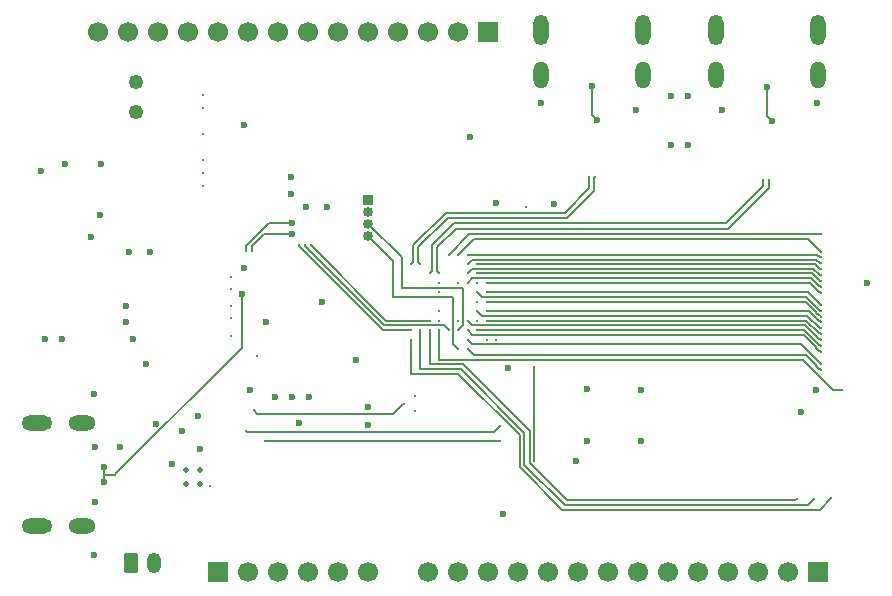
<source format=gbr>
%TF.GenerationSoftware,KiCad,Pcbnew,9.0.3*%
%TF.CreationDate,2025-10-10T12:54:04-04:00*%
%TF.ProjectId,sbc,7362632e-6b69-4636-9164-5f7063625858,rev?*%
%TF.SameCoordinates,Original*%
%TF.FileFunction,Copper,L4,Inr*%
%TF.FilePolarity,Positive*%
%FSLAX46Y46*%
G04 Gerber Fmt 4.6, Leading zero omitted, Abs format (unit mm)*
G04 Created by KiCad (PCBNEW 9.0.3) date 2025-10-10 12:54:04*
%MOMM*%
%LPD*%
G01*
G04 APERTURE LIST*
G04 Aperture macros list*
%AMRoundRect*
0 Rectangle with rounded corners*
0 $1 Rounding radius*
0 $2 $3 $4 $5 $6 $7 $8 $9 X,Y pos of 4 corners*
0 Add a 4 corners polygon primitive as box body*
4,1,4,$2,$3,$4,$5,$6,$7,$8,$9,$2,$3,0*
0 Add four circle primitives for the rounded corners*
1,1,$1+$1,$2,$3*
1,1,$1+$1,$4,$5*
1,1,$1+$1,$6,$7*
1,1,$1+$1,$8,$9*
0 Add four rect primitives between the rounded corners*
20,1,$1+$1,$2,$3,$4,$5,0*
20,1,$1+$1,$4,$5,$6,$7,0*
20,1,$1+$1,$6,$7,$8,$9,0*
20,1,$1+$1,$8,$9,$2,$3,0*%
G04 Aperture macros list end*
%TA.AperFunction,HeatsinkPad*%
%ADD10O,2.300000X1.300000*%
%TD*%
%TA.AperFunction,HeatsinkPad*%
%ADD11O,2.600000X1.300000*%
%TD*%
%TA.AperFunction,ComponentPad*%
%ADD12RoundRect,0.250000X-0.350000X-0.625000X0.350000X-0.625000X0.350000X0.625000X-0.350000X0.625000X0*%
%TD*%
%TA.AperFunction,ComponentPad*%
%ADD13O,1.200000X1.750000*%
%TD*%
%TA.AperFunction,HeatsinkPad*%
%ADD14O,1.300000X2.300000*%
%TD*%
%TA.AperFunction,HeatsinkPad*%
%ADD15O,1.300000X2.600000*%
%TD*%
%TA.AperFunction,ComponentPad*%
%ADD16R,1.700000X1.700000*%
%TD*%
%TA.AperFunction,ComponentPad*%
%ADD17C,1.700000*%
%TD*%
%TA.AperFunction,HeatsinkPad*%
%ADD18C,0.500000*%
%TD*%
%TA.AperFunction,ComponentPad*%
%ADD19R,0.850000X0.850000*%
%TD*%
%TA.AperFunction,ComponentPad*%
%ADD20C,0.850000*%
%TD*%
%TA.AperFunction,ViaPad*%
%ADD21C,0.600000*%
%TD*%
%TA.AperFunction,ViaPad*%
%ADD22C,0.300000*%
%TD*%
%TA.AperFunction,ViaPad*%
%ADD23C,1.250000*%
%TD*%
%TA.AperFunction,Conductor*%
%ADD24C,0.150000*%
%TD*%
%TA.AperFunction,Conductor*%
%ADD25C,0.100000*%
%TD*%
%TA.AperFunction,Conductor*%
%ADD26C,0.200000*%
%TD*%
G04 APERTURE END LIST*
D10*
%TO.N,Net-(J6-SHIELD)*%
%TO.C,J6*%
X107827500Y-111905000D03*
D11*
X104002500Y-111905000D03*
D10*
X107827500Y-120545000D03*
D11*
X104002500Y-120545000D03*
%TD*%
D12*
%TO.N,V_BAT*%
%TO.C,J3*%
X111970000Y-123710000D03*
D13*
%TO.N,GND*%
X113970000Y-123710000D03*
%TD*%
D14*
%TO.N,GND*%
%TO.C,J1*%
X170140000Y-82385000D03*
D15*
X170140000Y-78560000D03*
D14*
X161500000Y-82385000D03*
D15*
X161500000Y-78560000D03*
%TD*%
D14*
%TO.N,GND*%
%TO.C,J7*%
X155320000Y-82385000D03*
D15*
X155320000Y-78560000D03*
D14*
X146680000Y-82385000D03*
D15*
X146680000Y-78560000D03*
%TD*%
D16*
%TO.N,/FPGA + SRAM/FPGA/SPI_CNFG_CS*%
%TO.C,J4*%
X119380000Y-124460000D03*
D17*
%TO.N,/FPGA + SRAM/FPGA/SPI_CNFG_SCK*%
X121920000Y-124460000D03*
%TO.N,/FPGA + SRAM/FPGA/SPI_CNFG_DI*%
X124460000Y-124460000D03*
%TO.N,/FPGA + SRAM/FPGA/SPI_CNFG_DO*%
X127000000Y-124460000D03*
%TO.N,P3V3*%
X129540000Y-124460000D03*
%TO.N,GND*%
X132080000Y-124460000D03*
%TD*%
D18*
%TO.N,GND*%
%TO.C,U9*%
X116647500Y-117030000D03*
X117827500Y-117030000D03*
X116647500Y-115850000D03*
X117827500Y-115850000D03*
%TD*%
D16*
%TO.N,GND*%
%TO.C,J8*%
X170180000Y-124460000D03*
D17*
%TO.N,/FPGA + SRAM/IO_B1*%
X167640000Y-124460000D03*
%TO.N,/FPGA + SRAM/IO_B2*%
X165100000Y-124460000D03*
%TO.N,/FPGA + SRAM/IO_B3*%
X162560000Y-124460000D03*
%TO.N,/FPGA + SRAM/IO_B4*%
X160020000Y-124460000D03*
%TO.N,/FPGA + SRAM/IO_B5*%
X157480000Y-124460000D03*
%TO.N,/FPGA + SRAM/IO_B6*%
X154940000Y-124460000D03*
%TO.N,/FPGA + SRAM/IO_B7*%
X152400000Y-124460000D03*
%TO.N,/FPGA + SRAM/IO_B8*%
X149860000Y-124460000D03*
%TO.N,/FPGA + SRAM/IO_B9*%
X147320000Y-124460000D03*
%TO.N,/FPGA + SRAM/IO_B10*%
X144780000Y-124460000D03*
%TO.N,GND*%
X142240000Y-124460000D03*
%TO.N,P3V3*%
X139700000Y-124460000D03*
%TO.N,V_BAT*%
X137160000Y-124460000D03*
%TD*%
D16*
%TO.N,GND*%
%TO.C,J5*%
X142240000Y-78740000D03*
D17*
%TO.N,/FPGA + SRAM/IO_T1*%
X139700000Y-78740000D03*
%TO.N,/FPGA + SRAM/IO_T2*%
X137160000Y-78740000D03*
%TO.N,/FPGA + SRAM/IO_T3*%
X134620000Y-78740000D03*
%TO.N,/FPGA + SRAM/IO_T4*%
X132080000Y-78740000D03*
%TO.N,/FPGA + SRAM/IO_T5*%
X129540000Y-78740000D03*
%TO.N,/FPGA + SRAM/IO_T6*%
X127000000Y-78740000D03*
%TO.N,/FPGA + SRAM/IO_T7*%
X124460000Y-78740000D03*
%TO.N,/FPGA + SRAM/IO_T8*%
X121920000Y-78740000D03*
%TO.N,/FPGA + SRAM/IO_T9*%
X119380000Y-78740000D03*
%TO.N,/FPGA + SRAM/IO_T10*%
X116840000Y-78740000D03*
%TO.N,USB_VBUS2*%
X114300000Y-78740000D03*
%TO.N,EN*%
X111760000Y-78740000D03*
%TO.N,USB_VBUS*%
X109220000Y-78740000D03*
%TD*%
D19*
%TO.N,EXT_PLL2P*%
%TO.C,J9*%
X132080000Y-93000000D03*
D20*
%TO.N,EXT_PLL2N*%
X132080000Y-94000000D03*
%TO.N,EXT_PLL1P*%
X132080000Y-95000000D03*
%TO.N,EXT_PLL1N*%
X132080000Y-96000000D03*
%TD*%
D21*
%TO.N,GND*%
X114079997Y-111940000D03*
X121560000Y-98760000D03*
D22*
X120500000Y-103000000D03*
D21*
X155150000Y-113400000D03*
X159150000Y-84170000D03*
X150640000Y-109010000D03*
X157700000Y-84170000D03*
X155200000Y-109040000D03*
X159130000Y-88350000D03*
X150640000Y-113390000D03*
X123441331Y-103283871D03*
X108900000Y-109400000D03*
X157680000Y-88340000D03*
X108828091Y-123041263D03*
X121550000Y-86630000D03*
X147813171Y-93290187D03*
X140690000Y-87650000D03*
X142880000Y-93280000D03*
%TO.N,V_SYS*%
X109400437Y-94291884D03*
X117690000Y-111313769D03*
X109416600Y-89957400D03*
X117796100Y-114069354D03*
X106416600Y-89957400D03*
X104690000Y-104740000D03*
X108600000Y-96100000D03*
X104370000Y-90510000D03*
X106160000Y-104750000D03*
X116332753Y-112564539D03*
D22*
X118700000Y-117200000D03*
%TO.N,/FPGA + SRAM/SD_DAT0*%
X118120000Y-85200000D03*
%TO.N,/FPGA + SRAM/LED_B*%
X135700000Y-104800000D03*
X171280000Y-118250000D03*
%TO.N,/FPGA + SRAM/SD_CLK*%
X118120000Y-87400000D03*
%TO.N,/FPGA + SRAM/FIFO_RD_B*%
X138900000Y-104000000D03*
X126700000Y-96800000D03*
%TO.N,/FPGA + SRAM/SD_DAT1*%
X118120000Y-84100000D03*
%TO.N,/FPGA + SRAM/FPGA/DQ11*%
X170387500Y-101850000D03*
X142100000Y-100800000D03*
%TO.N,/FPGA + SRAM/FIFO_TXE_B*%
X127200000Y-96800000D03*
X137300000Y-103200000D03*
%TO.N,/FPGA + SRAM/FPGA/SRAM_CE_B*%
X170387500Y-106850000D03*
X140500000Y-104800000D03*
%TO.N,/FPGA + SRAM/SD_DAT3*%
X118120000Y-90700000D03*
%TO.N,/FPGA + SRAM/FPGA/DQ14*%
X140500000Y-98400000D03*
X170387500Y-98350000D03*
%TO.N,/FPGA + SRAM/FPGA/DQ7*%
X140500000Y-97600000D03*
X170387500Y-97850000D03*
%TO.N,/FPGA + SRAM/FPGA/DQ3*%
X170387500Y-102350000D03*
X141300000Y-100800000D03*
%TO.N,/FPGA + SRAM/FPGA/DQ15*%
X139700000Y-97600000D03*
X170387500Y-97350000D03*
%TO.N,/FPGA + SRAM/FPGA/SPI_CNFG_SCK*%
X121701000Y-112501000D03*
X143200000Y-112100000D03*
%TO.N,EXT_PLL1N*%
X139700000Y-105600000D03*
%TO.N,/FPGA + SRAM/FPGA/SPI_CNFG_DI*%
X143200000Y-113370000D03*
X123300000Y-113400000D03*
%TO.N,/FPGA + SRAM/FPGA/DQ9*%
X170387500Y-103850000D03*
X141300000Y-102400000D03*
%TO.N,/FPGA + SRAM/FPGA/SPI_CNFG_CS*%
X142900000Y-104800000D03*
X136025000Y-109560000D03*
%TO.N,/FPGA + SRAM/FPGA/A16*%
X138900000Y-97600000D03*
X170387500Y-95850000D03*
%TO.N,/FPGA + SRAM/USB3_DP*%
X137300000Y-99200000D03*
X165495000Y-91260000D03*
%TO.N,/FPGA + SRAM/FPGA/A0*%
X140500000Y-105600000D03*
X170387500Y-107350000D03*
%TO.N,P1V2*%
X138100000Y-103200000D03*
X141300000Y-103200000D03*
D21*
X113601868Y-97358040D03*
D22*
X138100000Y-100000000D03*
X141300000Y-100000000D03*
D21*
X111850000Y-97360000D03*
D22*
%TO.N,/FPGA + SRAM/USB3_DN*%
X138100000Y-99200000D03*
X166045000Y-91260000D03*
%TO.N,/FPGA + SRAM/LED_R*%
X136500000Y-104000000D03*
X169820000Y-118260000D03*
%TO.N,/FPGA + SRAM/FPGA/DQ6*%
X170387500Y-98850000D03*
X141300000Y-98400000D03*
%TO.N,/SD MMC/SD_CMD*%
X118120000Y-89600000D03*
%TO.N,/FPGA + SRAM/FPGA/DQ2*%
X142100000Y-102400000D03*
X170387500Y-103350000D03*
D21*
%TO.N,USB_VBUS*%
X108944490Y-118575000D03*
X108966000Y-113875000D03*
X111030532Y-113909267D03*
X115477983Y-115303221D03*
D22*
%TO.N,/FPGA + SRAM/FPGA/DQ5*%
X170387500Y-99850000D03*
X141300000Y-99200000D03*
D21*
%TO.N,P3V3*%
X131054636Y-106531013D03*
D22*
X138100000Y-102400000D03*
D21*
X149650000Y-115120000D03*
X124171159Y-109695795D03*
X113295500Y-106900000D03*
X112190000Y-104740000D03*
X125547678Y-91021303D03*
X128193413Y-101606587D03*
X174320000Y-100030000D03*
X122091162Y-109098405D03*
X126800000Y-93545219D03*
X132073916Y-110537824D03*
X128600000Y-93536958D03*
X168760000Y-110960000D03*
D22*
X141300000Y-101600000D03*
D21*
X143510000Y-119580000D03*
D22*
X139700000Y-100000000D03*
D21*
X111536525Y-101999133D03*
D22*
X139700000Y-103200000D03*
D21*
X143922983Y-107222885D03*
X132070000Y-112000000D03*
D22*
X122700000Y-106200000D03*
D21*
X125548907Y-92477174D03*
X170020000Y-109030000D03*
X125629130Y-109700650D03*
X127090000Y-109700000D03*
D22*
X138100000Y-100800000D03*
D21*
X111540000Y-103310000D03*
D22*
%TO.N,/FPGA + SRAM/CDONE*%
X146140521Y-107100000D03*
X146140521Y-115059479D03*
%TO.N,EXT_PLL1P*%
X139700000Y-104000000D03*
%TO.N,/FPGA + SRAM/SD_DAT2*%
X118120000Y-91800000D03*
%TO.N,/FPGA + SRAM/FPGA/DQ1*%
X142100000Y-103200000D03*
X170387500Y-104350000D03*
%TO.N,/FPGA + SRAM/FPGA/DQ13*%
X170387500Y-99350000D03*
X140500000Y-99200000D03*
%TO.N,/FPGA + SRAM/FPGA/DQ10*%
X170387500Y-102850000D03*
X142100000Y-101600000D03*
%TO.N,/FPGA + SRAM/FPGA/DQ4*%
X170387500Y-100850000D03*
X142100000Y-100000000D03*
%TO.N,/FPGA + SRAM/FPGA/SRAM_OE_B*%
X140500000Y-104000000D03*
X170387500Y-105850000D03*
%TO.N,/FPGA + SRAM/LED_G*%
X137300000Y-104000000D03*
X168360000Y-118260000D03*
%TO.N,/FPGA + SRAM/FPGA/DQ12*%
X140500000Y-100000000D03*
X170387500Y-100350000D03*
%TO.N,P2V5*%
X145400000Y-93600000D03*
D21*
X126198000Y-111901000D03*
D22*
%TO.N,/FPGA + SRAM/FPGA/DQ8*%
X170387500Y-104850000D03*
X140500000Y-103200000D03*
%TO.N,/FPGA + SRAM/USB2_DP*%
X136500000Y-98400000D03*
X151280877Y-91018809D03*
%TO.N,/FPGA + SRAM/FPGA/SPI_CNFG_DO*%
X135150000Y-110250000D03*
X142100000Y-104800000D03*
X136025000Y-110830000D03*
X122400000Y-110800000D03*
%TO.N,/FPGA + SRAM/FPGA/DQ0*%
X170387500Y-105350000D03*
X141300000Y-104000000D03*
%TO.N,/FPGA + SRAM/USB2_DN*%
X135700000Y-98400000D03*
X150730877Y-91018809D03*
%TO.N,/FPGA + SRAM/USR_BTN1*%
X172210000Y-109030000D03*
X138100000Y-104000000D03*
%TO.N,/FPGA + SRAM/FIFO_WR_B*%
X135700000Y-104000000D03*
X126200000Y-96800000D03*
D21*
%TO.N,Net-(U7-CS)*%
X125602622Y-94916128D03*
D22*
X121700000Y-97300000D03*
%TO.N,Net-(U7-CLK)*%
X122200000Y-97300000D03*
D21*
X125610283Y-95866132D03*
D22*
%TO.N,Net-(U8-REF)*%
X120500000Y-100500000D03*
%TO.N,Net-(U8-~{RESET})*%
X120500000Y-104500000D03*
D21*
%TO.N,/USB/D1-*%
X121359783Y-100978412D03*
X109728000Y-116840000D03*
X109728000Y-115570000D03*
D22*
%TO.N,Net-(U8-VPLL)*%
X120500000Y-102000000D03*
%TO.N,Net-(U8-VPHY)*%
X120500000Y-99500000D03*
D21*
%TO.N,/USB/D3+*%
X165814233Y-83374878D03*
X166259775Y-86279503D03*
D23*
%TO.N,USB_VBUS2*%
X112410000Y-85540000D03*
D21*
X162070000Y-85400000D03*
X146720000Y-84760000D03*
X170070000Y-84770000D03*
D23*
X112420000Y-82980000D03*
D21*
X154750000Y-85390000D03*
%TO.N,/USB/D2+*%
X151480000Y-86240000D03*
X150991528Y-83365244D03*
%TD*%
D24*
%TO.N,/FPGA + SRAM/LED_B*%
X139700000Y-107700000D02*
X144900000Y-112900000D01*
X135700000Y-107700000D02*
X139700000Y-107700000D01*
X148500000Y-119200000D02*
X170330000Y-119200000D01*
X144900000Y-112900000D02*
X144900000Y-115600000D01*
X170330000Y-119200000D02*
X171280000Y-118250000D01*
X144900000Y-115600000D02*
X148500000Y-119200000D01*
X135700000Y-104800000D02*
X135700000Y-107700000D01*
%TO.N,/FPGA + SRAM/FIFO_RD_B*%
X126700000Y-96867100D02*
X126700000Y-96800000D01*
X133432900Y-103600000D02*
X126700000Y-96867100D01*
X138500000Y-103600000D02*
X133432900Y-103600000D01*
X138900000Y-104000000D02*
X138500000Y-103600000D01*
%TO.N,/FPGA + SRAM/FPGA/DQ11*%
X142100000Y-100800000D02*
X169337500Y-100800000D01*
X169337500Y-100800000D02*
X170387500Y-101850000D01*
%TO.N,/FPGA + SRAM/FIFO_TXE_B*%
X137300000Y-103200000D02*
X133600000Y-103200000D01*
X133600000Y-103200000D02*
X127200000Y-96800000D01*
%TO.N,/FPGA + SRAM/FPGA/SRAM_CE_B*%
X168737500Y-105200000D02*
X170387500Y-106850000D01*
X140900000Y-105200000D02*
X168737500Y-105200000D01*
X140500000Y-104800000D02*
X140900000Y-105200000D01*
%TO.N,/FPGA + SRAM/FPGA/DQ14*%
X140500000Y-98400000D02*
X140876000Y-98024000D01*
D25*
X170355755Y-98350000D02*
X170387500Y-98350000D01*
D24*
X170029755Y-98024000D02*
X170355755Y-98350000D01*
X140876000Y-98024000D02*
X170029755Y-98024000D01*
%TO.N,/FPGA + SRAM/FPGA/DQ7*%
X140500000Y-97600000D02*
X170105755Y-97600000D01*
D25*
X170355755Y-97850000D02*
X170387500Y-97850000D01*
D24*
X170105755Y-97600000D02*
X170355755Y-97850000D01*
%TO.N,/FPGA + SRAM/FPGA/DQ3*%
X141700000Y-101200000D02*
X169170400Y-101200000D01*
X169170400Y-101200000D02*
X170320400Y-102350000D01*
X141300000Y-100800000D02*
X141700000Y-101200000D01*
X170320400Y-102350000D02*
X170387500Y-102350000D01*
%TO.N,/FPGA + SRAM/FPGA/DQ15*%
X169337500Y-96300000D02*
X170387500Y-97350000D01*
X141000000Y-96300000D02*
X169337500Y-96300000D01*
X139700000Y-97600000D02*
X141000000Y-96300000D01*
D26*
%TO.N,/FPGA + SRAM/FPGA/SPI_CNFG_SCK*%
X121800000Y-112600000D02*
X142700000Y-112600000D01*
X142700000Y-112600000D02*
X143200000Y-112100000D01*
X121701000Y-112501000D02*
X121800000Y-112600000D01*
D24*
%TO.N,EXT_PLL1N*%
X139300000Y-101200000D02*
X134200000Y-101200000D01*
X134200000Y-98120000D02*
X132080000Y-96000000D01*
X134200000Y-101200000D02*
X134200000Y-98120000D01*
X139300000Y-105200000D02*
X139300000Y-101200000D01*
X139700000Y-105600000D02*
X139300000Y-105200000D01*
D26*
%TO.N,/FPGA + SRAM/FPGA/SPI_CNFG_DI*%
X123300000Y-113400000D02*
X143170000Y-113400000D01*
X143170000Y-113400000D02*
X143200000Y-113370000D01*
D24*
%TO.N,/FPGA + SRAM/FPGA/DQ9*%
X141300000Y-102400000D02*
X141700000Y-102800000D01*
X169270400Y-102800000D02*
X170320400Y-103850000D01*
X141700000Y-102800000D02*
X169270400Y-102800000D01*
X170320400Y-103850000D02*
X170387500Y-103850000D01*
%TO.N,/FPGA + SRAM/FPGA/A16*%
X138900000Y-97600000D02*
X140650000Y-95850000D01*
X140650000Y-95850000D02*
X170387500Y-95850000D01*
D26*
%TO.N,/FPGA + SRAM/USB3_DP*%
X162361802Y-94950000D02*
X165544999Y-91766803D01*
X137475000Y-99025000D02*
X137475000Y-96806802D01*
X165544999Y-91766803D02*
X165544999Y-91309999D01*
X165544999Y-91309999D02*
X165495000Y-91260000D01*
X137300000Y-99200000D02*
X137475000Y-99025000D01*
X139331802Y-94950000D02*
X162361802Y-94950000D01*
X137475000Y-96806802D02*
X139331802Y-94950000D01*
D24*
%TO.N,/FPGA + SRAM/FPGA/A0*%
X169137500Y-106100000D02*
X169986500Y-106949000D01*
X170288500Y-107251000D02*
X170387500Y-107350000D01*
X140500000Y-105600000D02*
X141000000Y-106100000D01*
X169986500Y-106949000D02*
X169986500Y-107016100D01*
X169986500Y-107016100D02*
X170221400Y-107251000D01*
X141000000Y-106100000D02*
X169137500Y-106100000D01*
X170221400Y-107251000D02*
X170288500Y-107251000D01*
D26*
%TO.N,/FPGA + SRAM/USB3_DN*%
X137925000Y-99025000D02*
X137925000Y-96993198D01*
X139518198Y-95400000D02*
X162548198Y-95400000D01*
X137925000Y-96993198D02*
X139518198Y-95400000D01*
X162548198Y-95400000D02*
X165995001Y-91953197D01*
X138100000Y-99200000D02*
X137925000Y-99025000D01*
X165995001Y-91309999D02*
X166045000Y-91260000D01*
X165995001Y-91953197D02*
X165995001Y-91309999D01*
D24*
%TO.N,/FPGA + SRAM/LED_R*%
X139900000Y-107300000D02*
X145300000Y-112700000D01*
X169280000Y-118800000D02*
X169820000Y-118260000D01*
X136500000Y-104000000D02*
X136500000Y-107300000D01*
X148700000Y-118800000D02*
X169280000Y-118800000D01*
X136500000Y-107300000D02*
X139900000Y-107300000D01*
X145300000Y-115400000D02*
X148700000Y-118800000D01*
X145300000Y-112700000D02*
X145300000Y-115400000D01*
%TO.N,/FPGA + SRAM/FPGA/DQ6*%
X141300000Y-98400000D02*
X169905755Y-98400000D01*
D25*
X170355755Y-98850000D02*
X170387500Y-98850000D01*
D24*
X169905755Y-98400000D02*
X170355755Y-98850000D01*
%TO.N,/FPGA + SRAM/FPGA/DQ2*%
X169986500Y-103016100D02*
X170221400Y-103251000D01*
X170221400Y-103251000D02*
X170288500Y-103251000D01*
X169986500Y-102949000D02*
X169986500Y-103016100D01*
X170288500Y-103251000D02*
X170387500Y-103350000D01*
X142100000Y-102400000D02*
X169437500Y-102400000D01*
X169437500Y-102400000D02*
X169986500Y-102949000D01*
%TO.N,/FPGA + SRAM/FPGA/DQ5*%
X141300000Y-99200000D02*
X169670400Y-99200000D01*
X169670400Y-99200000D02*
X170320400Y-99850000D01*
X170320400Y-99850000D02*
X170387500Y-99850000D01*
%TO.N,/FPGA + SRAM/CDONE*%
X146140521Y-107100000D02*
X146140521Y-115059479D01*
%TO.N,EXT_PLL1P*%
X134900000Y-97820000D02*
X132080000Y-95000000D01*
X140100000Y-100400000D02*
X134900000Y-100400000D01*
X134900000Y-100400000D02*
X134900000Y-97820000D01*
X139700000Y-104000000D02*
X140100000Y-103600000D01*
X140100000Y-103600000D02*
X140100000Y-100400000D01*
%TO.N,/FPGA + SRAM/FPGA/DQ1*%
X170288500Y-104251000D02*
X170387500Y-104350000D01*
X142100000Y-103200000D02*
X169170400Y-103200000D01*
X169170400Y-103200000D02*
X170221400Y-104251000D01*
X170221400Y-104251000D02*
X170288500Y-104251000D01*
%TO.N,/FPGA + SRAM/FPGA/DQ13*%
X140900000Y-98800000D02*
X169770400Y-98800000D01*
X170320400Y-99350000D02*
X170387500Y-99350000D01*
X140500000Y-99200000D02*
X140900000Y-98800000D01*
X169770400Y-98800000D02*
X170320400Y-99350000D01*
%TO.N,/FPGA + SRAM/FPGA/DQ10*%
X170221400Y-102751000D02*
X170288500Y-102751000D01*
X169137500Y-101600000D02*
X169986500Y-102449000D01*
X169986500Y-102516100D02*
X170221400Y-102751000D01*
X142100000Y-101600000D02*
X169137500Y-101600000D01*
X170288500Y-102751000D02*
X170387500Y-102850000D01*
X169986500Y-102449000D02*
X169986500Y-102516100D01*
%TO.N,/FPGA + SRAM/FPGA/DQ4*%
X142100000Y-100000000D02*
X169470400Y-100000000D01*
X170288500Y-100751000D02*
X170387500Y-100850000D01*
X170221400Y-100751000D02*
X170288500Y-100751000D01*
X169470400Y-100000000D02*
X170221400Y-100751000D01*
%TO.N,/FPGA + SRAM/FPGA/SRAM_OE_B*%
X140500000Y-104000000D02*
X140900000Y-104400000D01*
X141132900Y-104400000D02*
X141133900Y-104401000D01*
X169986500Y-105449000D02*
X169986500Y-105516100D01*
X168937500Y-104400000D02*
X169986500Y-105449000D01*
X170221400Y-105751000D02*
X170288500Y-105751000D01*
X141467100Y-104400000D02*
X168937500Y-104400000D01*
X140900000Y-104400000D02*
X141132900Y-104400000D01*
X141133900Y-104401000D02*
X141466100Y-104401000D01*
X170288500Y-105751000D02*
X170387500Y-105850000D01*
X169986500Y-105516100D02*
X170221400Y-105751000D01*
X141466100Y-104401000D02*
X141467100Y-104400000D01*
%TO.N,/FPGA + SRAM/LED_G*%
X137300000Y-106900000D02*
X140100000Y-106900000D01*
X137300000Y-104000000D02*
X137300000Y-106900000D01*
X145739521Y-115225579D02*
X148913942Y-118400000D01*
X168220000Y-118400000D02*
X168360000Y-118260000D01*
X145739521Y-112539521D02*
X145739521Y-115225579D01*
X148913942Y-118400000D02*
X168220000Y-118400000D01*
X140100000Y-106900000D02*
X145739521Y-112539521D01*
%TO.N,/FPGA + SRAM/FPGA/DQ12*%
X170221400Y-100251000D02*
X170288500Y-100251000D01*
X141133900Y-99601000D02*
X141466100Y-99601000D01*
X140900000Y-99600000D02*
X141132900Y-99600000D01*
X169570400Y-99600000D02*
X170221400Y-100251000D01*
X141466100Y-99601000D02*
X141467100Y-99600000D01*
X141132900Y-99600000D02*
X141133900Y-99601000D01*
X141467100Y-99600000D02*
X169570400Y-99600000D01*
X170288500Y-100251000D02*
X170387500Y-100350000D01*
X140500000Y-100000000D02*
X140900000Y-99600000D01*
%TO.N,/FPGA + SRAM/FPGA/DQ8*%
X169070400Y-103600000D02*
X170221400Y-104751000D01*
X140883550Y-103600000D02*
X141932900Y-103600000D01*
X140500000Y-103200000D02*
X140500000Y-103216450D01*
X170288500Y-104751000D02*
X170387500Y-104850000D01*
X141933900Y-103601000D02*
X142266100Y-103601000D01*
X170221400Y-104751000D02*
X170288500Y-104751000D01*
X142266100Y-103601000D02*
X142267100Y-103600000D01*
X141932900Y-103600000D02*
X141933900Y-103601000D01*
X140500000Y-103216450D02*
X140883550Y-103600000D01*
X142267100Y-103600000D02*
X169070400Y-103600000D01*
D26*
%TO.N,/FPGA + SRAM/USB2_DP*%
X136500000Y-98400000D02*
X136325000Y-98225000D01*
X148918198Y-94500000D02*
X151230878Y-92187320D01*
X138818198Y-94500000D02*
X148918198Y-94500000D01*
X136325000Y-98225000D02*
X136325000Y-96993198D01*
X136325000Y-96993198D02*
X138818198Y-94500000D01*
X151230878Y-92187320D02*
X151230878Y-91068808D01*
X151230878Y-91068808D02*
X151280877Y-91018809D01*
%TO.N,/FPGA + SRAM/FPGA/SPI_CNFG_DO*%
X122700000Y-111100000D02*
X122400000Y-110800000D01*
X134200000Y-111100000D02*
X122700000Y-111100000D01*
X135050000Y-110250000D02*
X134200000Y-111100000D01*
X135150000Y-110250000D02*
X135050000Y-110250000D01*
D24*
%TO.N,/FPGA + SRAM/FPGA/DQ0*%
X170221400Y-105251000D02*
X170288500Y-105251000D01*
X141300000Y-104000000D02*
X168970400Y-104000000D01*
X168970400Y-104000000D02*
X170221400Y-105251000D01*
X170288500Y-105251000D02*
X170387500Y-105350000D01*
D26*
%TO.N,/FPGA + SRAM/USB2_DN*%
X135700000Y-98400000D02*
X135875000Y-98225000D01*
X135875000Y-98225000D02*
X135875000Y-96806802D01*
X138631802Y-94050000D02*
X148731802Y-94050000D01*
X135875000Y-96806802D02*
X138631802Y-94050000D01*
X148731802Y-94050000D02*
X150780876Y-92000926D01*
X150780876Y-91068808D02*
X150730877Y-91018809D01*
X150780876Y-92000926D02*
X150780876Y-91068808D01*
D24*
%TO.N,/FPGA + SRAM/USR_BTN1*%
X138100000Y-104000000D02*
X138100000Y-106500000D01*
X168900000Y-106500000D02*
X171430000Y-109030000D01*
X171430000Y-109030000D02*
X172210000Y-109030000D01*
X138100000Y-106500000D02*
X168900000Y-106500000D01*
%TO.N,/FPGA + SRAM/FIFO_WR_B*%
X133332900Y-104000000D02*
X126200000Y-96867100D01*
X126200000Y-96867100D02*
X126200000Y-96800000D01*
X135700000Y-104000000D02*
X133332900Y-104000000D01*
%TO.N,Net-(U7-CS)*%
X125602622Y-94916128D02*
X125596094Y-94909600D01*
X123690401Y-94909600D02*
X121700000Y-96900001D01*
X125596094Y-94909600D02*
X123690401Y-94909600D01*
X121700000Y-96900001D02*
X121700000Y-97300000D01*
%TO.N,Net-(U7-CLK)*%
X125610283Y-95866132D02*
X125603751Y-95859600D01*
X123236789Y-95859600D02*
X122200000Y-96896389D01*
X122200000Y-96896389D02*
X122200000Y-97300000D01*
X125603751Y-95859600D02*
X123236789Y-95859600D01*
D26*
%TO.N,/USB/D1-*%
X121386600Y-101005229D02*
X121386600Y-105483340D01*
X109728000Y-116205000D02*
X109728000Y-115570000D01*
X121359783Y-100978412D02*
X121386600Y-101005229D01*
X109728000Y-116230400D02*
X110664940Y-116230400D01*
X121386600Y-105483340D02*
X110664940Y-116205000D01*
X109728000Y-116840000D02*
X109728000Y-116205000D01*
%TO.N,/USB/D3+*%
X165814233Y-83374878D02*
X165814233Y-85833961D01*
X165814233Y-85833961D02*
X166259775Y-86279503D01*
%TO.N,/USB/D2+*%
X151020000Y-83393716D02*
X151020000Y-85780000D01*
X151020000Y-85780000D02*
X151480000Y-86240000D01*
X150991528Y-83365244D02*
X151020000Y-83393716D01*
%TD*%
M02*

</source>
